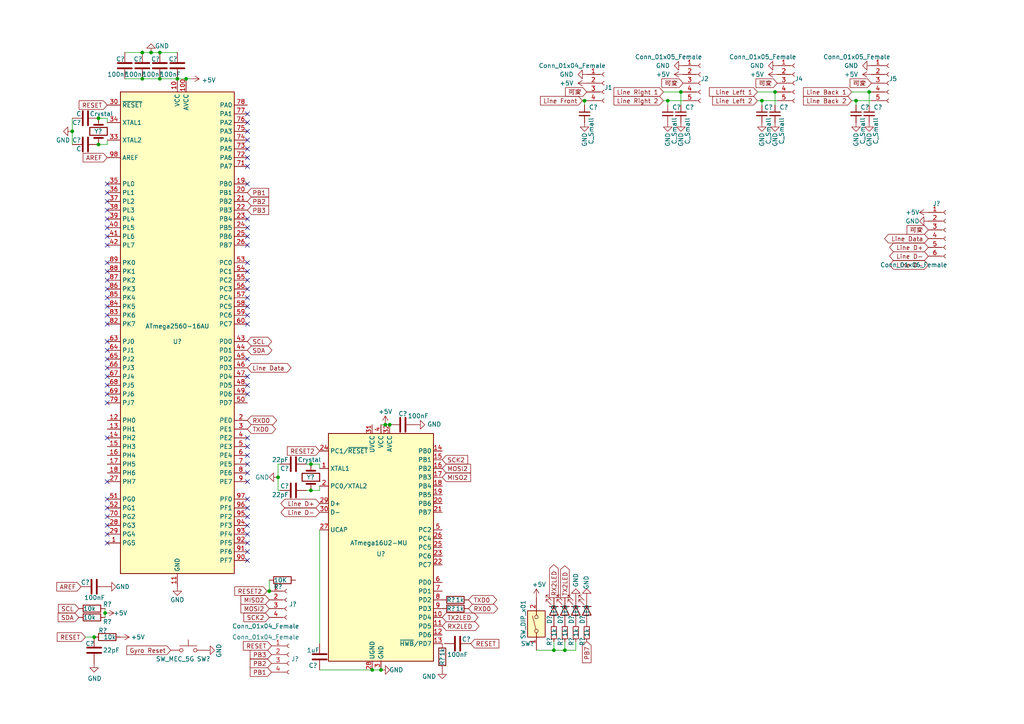
<source format=kicad_sch>
(kicad_sch (version 20211123) (generator eeschema)
  (paper "A4")
  (lib_symbols
    (symbol "Connector:Conn_01x04_Female" (pin_names (offset 1.016) hide)
      (property "Reference" "J" (at 0 5.08 0))
      (property "Value" "Conn_01x04_Female" (at 0 -7.62 0))
      (symbol "Conn_01x04_Female_1_1"
        (arc (start 0 -4.572) (mid -0.508 -5.08) (end 0 -5.588) (stroke (width 0.1524)))
        (arc (start 0 -2.032) (mid -0.508 -2.54) (end 0 -3.048) (stroke (width 0.1524)))
        (polyline (pts (xy -1.27 -5.08) (xy -0.508 -5.08)) (stroke (width 0.1524)))
        (polyline (pts (xy -1.27 -2.54) (xy -0.508 -2.54)) (stroke (width 0.1524)))
        (polyline (pts (xy -1.27 0) (xy -0.508 0)) (stroke (width 0.1524)))
        (polyline (pts (xy -1.27 2.54) (xy -0.508 2.54)) (stroke (width 0.1524)))
        (arc (start 0 0.508) (mid -0.508 0) (end 0 -0.508) (stroke (width 0.1524)))
        (arc (start 0 3.048) (mid -0.508 2.54) (end 0 2.032) (stroke (width 0.1524)))
        (pin passive line (at -5.08 2.54 0) (length 3.81) (name "Pin_1") (number "1"))
        (pin passive line (at -5.08 0 0) (length 3.81) (name "Pin_2") (number "2"))
        (pin passive line (at -5.08 -2.54 0) (length 3.81) (name "Pin_3") (number "3"))
        (pin passive line (at -5.08 -5.08 0) (length 3.81) (name "Pin_4") (number "4"))
      )
    )
    (symbol "Connector:Conn_01x05_Female" (pin_names (offset 1.016) hide)
      (property "Reference" "J" (at 0 7.62 0))
      (property "Value" "Conn_01x05_Female" (at 0 -7.62 0))
      (symbol "Conn_01x05_Female_1_1"
        (arc (start 0 -4.572) (mid -0.508 -5.08) (end 0 -5.588) (stroke (width 0.1524)))
        (arc (start 0 -2.032) (mid -0.508 -2.54) (end 0 -3.048) (stroke (width 0.1524)))
        (polyline (pts (xy -1.27 -5.08) (xy -0.508 -5.08)) (stroke (width 0.1524)))
        (polyline (pts (xy -1.27 -2.54) (xy -0.508 -2.54)) (stroke (width 0.1524)))
        (polyline (pts (xy -1.27 0) (xy -0.508 0)) (stroke (width 0.1524)))
        (polyline (pts (xy -1.27 2.54) (xy -0.508 2.54)) (stroke (width 0.1524)))
        (polyline (pts (xy -1.27 5.08) (xy -0.508 5.08)) (stroke (width 0.1524)))
        (arc (start 0 0.508) (mid -0.508 0) (end 0 -0.508) (stroke (width 0.1524)))
        (arc (start 0 3.048) (mid -0.508 2.54) (end 0 2.032) (stroke (width 0.1524)))
        (arc (start 0 5.588) (mid -0.508 5.08) (end 0 4.572) (stroke (width 0.1524)))
        (pin passive line (at -5.08 5.08 0) (length 3.81) (name "Pin_1") (number "1"))
        (pin passive line (at -5.08 2.54 0) (length 3.81) (name "Pin_2") (number "2"))
        (pin passive line (at -5.08 0 0) (length 3.81) (name "Pin_3") (number "3"))
        (pin passive line (at -5.08 -2.54 0) (length 3.81) (name "Pin_4") (number "4"))
        (pin passive line (at -5.08 -5.08 0) (length 3.81) (name "Pin_5") (number "5"))
      )
    )
    (symbol "Connector:Conn_01x06_Female" (pin_names (offset 1.016) hide)
      (property "Reference" "J" (at 0 7.62 0))
      (property "Value" "Conn_01x06_Female" (at 0 -10.16 0))
      (symbol "Conn_01x06_Female_1_1"
        (arc (start 0 -7.112) (mid -0.508 -7.62) (end 0 -8.128) (stroke (width 0.1524)))
        (arc (start 0 -4.572) (mid -0.508 -5.08) (end 0 -5.588) (stroke (width 0.1524)))
        (arc (start 0 -2.032) (mid -0.508 -2.54) (end 0 -3.048) (stroke (width 0.1524)))
        (polyline (pts (xy -1.27 -7.62) (xy -0.508 -7.62)) (stroke (width 0.1524)))
        (polyline (pts (xy -1.27 -5.08) (xy -0.508 -5.08)) (stroke (width 0.1524)))
        (polyline (pts (xy -1.27 -2.54) (xy -0.508 -2.54)) (stroke (width 0.1524)))
        (polyline (pts (xy -1.27 0) (xy -0.508 0)) (stroke (width 0.1524)))
        (polyline (pts (xy -1.27 2.54) (xy -0.508 2.54)) (stroke (width 0.1524)))
        (polyline (pts (xy -1.27 5.08) (xy -0.508 5.08)) (stroke (width 0.1524)))
        (arc (start 0 0.508) (mid -0.508 0) (end 0 -0.508) (stroke (width 0.1524)))
        (arc (start 0 3.048) (mid -0.508 2.54) (end 0 2.032) (stroke (width 0.1524)))
        (arc (start 0 5.588) (mid -0.508 5.08) (end 0 4.572) (stroke (width 0.1524)))
        (pin passive line (at -5.08 5.08 0) (length 3.81) (name "Pin_1") (number "1"))
        (pin passive line (at -5.08 2.54 0) (length 3.81) (name "Pin_2") (number "2"))
        (pin passive line (at -5.08 0 0) (length 3.81) (name "Pin_3") (number "3"))
        (pin passive line (at -5.08 -2.54 0) (length 3.81) (name "Pin_4") (number "4"))
        (pin passive line (at -5.08 -5.08 0) (length 3.81) (name "Pin_5") (number "5"))
        (pin passive line (at -5.08 -7.62 0) (length 3.81) (name "Pin_6") (number "6"))
      )
    )
    (symbol "Device:C" (pin_numbers hide) (pin_names (offset 0.254))
      (property "Reference" "C" (at 0.635 2.54 0))
      (property "Value" "C" (at 0.635 -2.54 0))
      (symbol "C_0_1"
        (polyline (pts (xy -2.032 -0.762) (xy 2.032 -0.762)) (stroke (width 0.508)))
        (polyline (pts (xy -2.032 0.762) (xy 2.032 0.762)) (stroke (width 0.508)))
      )
      (symbol "C_1_1"
        (pin passive line (at 0 3.81 270) (length 2.794) (name "~") (number "1"))
        (pin passive line (at 0 -3.81 90) (length 2.794) (name "~") (number "2"))
      )
    )
    (symbol "Device:C_Small" (pin_numbers hide) (pin_names (offset 0.254) hide)
      (property "Reference" "C" (at 0.254 1.778 0))
      (property "Value" "C_Small" (at 0.254 -2.032 0))
      (symbol "C_Small_0_1"
        (polyline (pts (xy -1.524 -0.508) (xy 1.524 -0.508)) (stroke (width 0.3302)))
        (polyline (pts (xy -1.524 0.508) (xy 1.524 0.508)) (stroke (width 0.3048)))
      )
      (symbol "C_Small_1_1"
        (pin passive line (at 0 2.54 270) (length 2.032) (name "~") (number "1"))
        (pin passive line (at 0 -2.54 90) (length 2.032) (name "~") (number "2"))
      )
    )
    (symbol "Device:Crystal" (pin_numbers hide) (pin_names (offset 1.016) hide)
      (property "Reference" "Y" (at 0 3.81 0))
      (property "Value" "Crystal" (at 0 -3.81 0))
      (symbol "Crystal_0_1"
        (rectangle (start -1.143 2.54) (end 1.143 -2.54) (stroke (width 0.3048)))
        (polyline (pts (xy -2.54 0) (xy -1.905 0)))
        (polyline (pts (xy -1.905 -1.27) (xy -1.905 1.27)) (stroke (width 0.508)))
        (polyline (pts (xy 1.905 -1.27) (xy 1.905 1.27)) (stroke (width 0.508)))
        (polyline (pts (xy 2.54 0) (xy 1.905 0)))
      )
      (symbol "Crystal_1_1"
        (pin passive line (at -3.81 0 0) (length 1.27) (name "1") (number "1"))
        (pin passive line (at 3.81 0 180) (length 1.27) (name "2") (number "2"))
      )
    )
    (symbol "Device:LED" (pin_numbers hide) (pin_names (offset 1.016) hide)
      (property "Reference" "D" (at 0 2.54 0))
      (property "Value" "LED" (at 0 -2.54 0))
      (symbol "LED_0_1"
        (polyline (pts (xy -1.27 -1.27) (xy -1.27 1.27)) (stroke (width 0.254)))
        (polyline (pts (xy -1.27 0) (xy 1.27 0)))
        (polyline (pts (xy 1.27 -1.27) (xy 1.27 1.27) (xy -1.27 0) (xy 1.27 -1.27)) (stroke (width 0.254)))
        (polyline (pts (xy -3.048 -0.762) (xy -4.572 -2.286) (xy -3.81 -2.286) (xy -4.572 -2.286) (xy -4.572 -1.524)))
        (polyline (pts (xy -1.778 -0.762) (xy -3.302 -2.286) (xy -2.54 -2.286) (xy -3.302 -2.286) (xy -3.302 -1.524)))
      )
      (symbol "LED_1_1"
        (pin passive line (at -3.81 0 0) (length 2.54) (name "K") (number "1"))
        (pin passive line (at 3.81 0 180) (length 2.54) (name "A") (number "2"))
      )
    )
    (symbol "Device:R" (pin_numbers hide) (pin_names (offset 0))
      (property "Reference" "R" (at 2.032 0 90))
      (property "Value" "R" (at 0 0 90))
      (symbol "R_0_1"
        (rectangle (start -1.016 -2.54) (end 1.016 2.54) (stroke (width 0.254)))
      )
      (symbol "R_1_1"
        (pin passive line (at 0 3.81 270) (length 1.27) (name "~") (number "1"))
        (pin passive line (at 0 -3.81 90) (length 1.27) (name "~") (number "2"))
      )
    )
    (symbol "Device:R_Small" (pin_numbers hide) (pin_names (offset 0.254) hide)
      (property "Reference" "R" (at 0.762 0.508 0))
      (property "Value" "R_Small" (at 0.762 -1.016 0))
      (symbol "R_Small_0_1"
        (rectangle (start -0.762 1.778) (end 0.762 -1.778) (stroke (width 0.2032)))
      )
      (symbol "R_Small_1_1"
        (pin passive line (at 0 2.54 270) (length 0.762) (name "~") (number "1"))
        (pin passive line (at 0 -2.54 90) (length 0.762) (name "~") (number "2"))
      )
    )
    (symbol "Switch:SW_DIP_x01" (pin_names (offset 0) hide)
      (property "Reference" "SW" (at 0 3.81 0))
      (property "Value" "SW_DIP_x01" (at 0 -3.81 0))
      (symbol "SW_DIP_x01_0_0"
        (circle (center -2.032 0) (radius 0.508))
        (polyline (pts (xy -1.524 0.127) (xy 2.3622 1.1684)))
        (circle (center 2.032 0) (radius 0.508))
      )
      (symbol "SW_DIP_x01_0_1"
        (rectangle (start -3.81 2.54) (end 3.81 -2.54) (stroke (width 0.254)) (fill (type background)))
      )
      (symbol "SW_DIP_x01_1_1"
        (pin passive line (at -7.62 0 0) (length 5.08) (name "~") (number "1"))
        (pin passive line (at 7.62 0 180) (length 5.08) (name "~") (number "2"))
      )
    )
    (symbol "Switch:SW_MEC_5G" (pin_numbers hide) (pin_names (offset 1.016) hide)
      (property "Reference" "SW" (at 1.27 2.54 0))
      (property "Value" "SW_MEC_5G" (at 0 -1.524 0))
      (symbol "SW_MEC_5G_0_1"
        (circle (center -2.032 0) (radius 0.508))
        (polyline (pts (xy 0 1.27) (xy 0 3.048)))
        (polyline (pts (xy 2.54 1.27) (xy -2.54 1.27)))
        (circle (center 2.032 0) (radius 0.508))
        (pin passive line (at -5.08 0 0) (length 2.54) (name "A") (number "1"))
        (pin passive line (at 5.08 0 180) (length 2.54) (name "B") (number "3"))
      )
      (symbol "SW_MEC_5G_1_1"
        (pin passive line (at -5.08 0 0) (length 2.54) hide (name "A") (number "2"))
        (pin passive line (at 5.08 0 180) (length 2.54) hide (name "B") (number "4"))
      )
    )
    (symbol "arduino_mega2560_1-rescue:ATmega16U2-MU-MCU_Microchip_ATmega"
      (property "Reference" "U" (at -15.24 34.29 0))
      (property "Value" "ATmega16U2-MU-MCU_Microchip_ATmega" (at 2.54 -34.29 0))
      (symbol "ATmega16U2-MU-MCU_Microchip_ATmega_0_1"
        (rectangle (start -15.24 -33.02) (end 15.24 33.02) (stroke (width 0.254)) (fill (type background)))
      )
      (symbol "ATmega16U2-MU-MCU_Microchip_ATmega_1_1"
        (pin input line (at -17.78 22.86 0) (length 2.54) (name "XTAL1") (number "1"))
        (pin bidirectional line (at 17.78 -20.32 180) (length 2.54) (name "PD4") (number "10"))
        (pin bidirectional line (at 17.78 -22.86 180) (length 2.54) (name "PD5") (number "11"))
        (pin bidirectional line (at 17.78 -25.4 180) (length 2.54) (name "PD6") (number "12"))
        (pin bidirectional line (at 17.78 -27.94 180) (length 2.54) (name "~{HWB}/PD7") (number "13"))
        (pin bidirectional line (at 17.78 27.94 180) (length 2.54) (name "PB0") (number "14"))
        (pin bidirectional line (at 17.78 25.4 180) (length 2.54) (name "PB1") (number "15"))
        (pin bidirectional line (at 17.78 22.86 180) (length 2.54) (name "PB2") (number "16"))
        (pin bidirectional line (at 17.78 20.32 180) (length 2.54) (name "PB3") (number "17"))
        (pin bidirectional line (at 17.78 17.78 180) (length 2.54) (name "PB4") (number "18"))
        (pin bidirectional line (at 17.78 15.24 180) (length 2.54) (name "PB5") (number "19"))
        (pin bidirectional line (at -17.78 17.78 0) (length 2.54) (name "PC0/XTAL2") (number "2"))
        (pin bidirectional line (at 17.78 12.7 180) (length 2.54) (name "PB6") (number "20"))
        (pin bidirectional line (at 17.78 10.16 180) (length 2.54) (name "PB7") (number "21"))
        (pin bidirectional line (at 17.78 -5.08 180) (length 2.54) (name "PC7") (number "22"))
        (pin bidirectional line (at 17.78 -2.54 180) (length 2.54) (name "PC6") (number "23"))
        (pin bidirectional line (at -17.78 27.94 0) (length 2.54) (name "PC1/~{RESET}") (number "24"))
        (pin bidirectional line (at 17.78 0 180) (length 2.54) (name "PC5") (number "25"))
        (pin bidirectional line (at 17.78 2.54 180) (length 2.54) (name "PC4") (number "26"))
        (pin passive line (at -17.78 5.08 0) (length 2.54) (name "UCAP") (number "27"))
        (pin power_in line (at -2.54 -35.56 90) (length 2.54) (name "UGND") (number "28"))
        (pin bidirectional line (at -17.78 12.7 0) (length 2.54) (name "D+") (number "29"))
        (pin power_in line (at 0 -35.56 90) (length 2.54) (name "GND") (number "3"))
        (pin bidirectional line (at -17.78 10.16 0) (length 2.54) (name "D-") (number "30"))
        (pin power_in line (at -2.54 35.56 270) (length 2.54) (name "UVCC") (number "31"))
        (pin power_in line (at 2.54 35.56 270) (length 2.54) (name "AVCC") (number "32"))
        (pin passive line (at 0 -35.56 90) (length 2.54) hide (name "GND") (number "33"))
        (pin power_in line (at 0 35.56 270) (length 2.54) (name "VCC") (number "4"))
        (pin bidirectional line (at 17.78 5.08 180) (length 2.54) (name "PC2") (number "5"))
        (pin bidirectional line (at 17.78 -10.16 180) (length 2.54) (name "PD0") (number "6"))
        (pin bidirectional line (at 17.78 -12.7 180) (length 2.54) (name "PD1") (number "7"))
        (pin bidirectional line (at 17.78 -15.24 180) (length 2.54) (name "PD2") (number "8"))
        (pin bidirectional line (at 17.78 -17.78 180) (length 2.54) (name "PD3") (number "9"))
      )
    )
    (symbol "arduino_mega2560_1-rescue:ATmega2560-16AU-MCU_Microchip_ATmega"
      (property "Reference" "U" (at 0 1.27 0))
      (property "Value" "ATmega2560-16AU-MCU_Microchip_ATmega" (at 0 -1.27 0))
      (symbol "ATmega2560-16AU-MCU_Microchip_ATmega_0_1"
        (rectangle (start -16.51 -69.85) (end 16.51 69.85) (stroke (width 0.254)) (fill (type background)))
      )
      (symbol "ATmega2560-16AU-MCU_Microchip_ATmega_1_1"
        (pin bidirectional line (at -20.32 -60.96 0) (length 3.81) (name "PG5") (number "1"))
        (pin power_in line (at 0 73.66 270) (length 3.81) (name "VCC") (number "10"))
        (pin power_in line (at 2.54 73.66 270) (length 3.81) (name "AVCC") (number "100"))
        (pin power_in line (at 0 -73.66 90) (length 3.81) (name "GND") (number "11"))
        (pin bidirectional line (at -20.32 -25.4 0) (length 3.81) (name "PH0") (number "12"))
        (pin bidirectional line (at -20.32 -27.94 0) (length 3.81) (name "PH1") (number "13"))
        (pin bidirectional line (at -20.32 -30.48 0) (length 3.81) (name "PH2") (number "14"))
        (pin bidirectional line (at -20.32 -33.02 0) (length 3.81) (name "PH3") (number "15"))
        (pin bidirectional line (at -20.32 -35.56 0) (length 3.81) (name "PH4") (number "16"))
        (pin bidirectional line (at -20.32 -38.1 0) (length 3.81) (name "PH5") (number "17"))
        (pin bidirectional line (at -20.32 -40.64 0) (length 3.81) (name "PH6") (number "18"))
        (pin bidirectional line (at 20.32 43.18 180) (length 3.81) (name "PB0") (number "19"))
        (pin bidirectional line (at 20.32 -25.4 180) (length 3.81) (name "PE0") (number "2"))
        (pin bidirectional line (at 20.32 40.64 180) (length 3.81) (name "PB1") (number "20"))
        (pin bidirectional line (at 20.32 38.1 180) (length 3.81) (name "PB2") (number "21"))
        (pin bidirectional line (at 20.32 35.56 180) (length 3.81) (name "PB3") (number "22"))
        (pin bidirectional line (at 20.32 33.02 180) (length 3.81) (name "PB4") (number "23"))
        (pin bidirectional line (at 20.32 30.48 180) (length 3.81) (name "PB5") (number "24"))
        (pin bidirectional line (at 20.32 27.94 180) (length 3.81) (name "PB6") (number "25"))
        (pin bidirectional line (at 20.32 25.4 180) (length 3.81) (name "PB7") (number "26"))
        (pin bidirectional line (at -20.32 -43.18 0) (length 3.81) (name "PH7") (number "27"))
        (pin bidirectional line (at -20.32 -55.88 0) (length 3.81) (name "PG3") (number "28"))
        (pin bidirectional line (at -20.32 -58.42 0) (length 3.81) (name "PG4") (number "29"))
        (pin bidirectional line (at 20.32 -27.94 180) (length 3.81) (name "PE1") (number "3"))
        (pin input line (at -20.32 66.04 0) (length 3.81) (name "~{RESET}") (number "30"))
        (pin passive line (at 0 73.66 270) (length 3.81) hide (name "VCC") (number "31"))
        (pin passive line (at 0 -73.66 90) (length 3.81) hide (name "GND") (number "32"))
        (pin output line (at -20.32 55.88 0) (length 3.81) (name "XTAL2") (number "33"))
        (pin input line (at -20.32 60.96 0) (length 3.81) (name "XTAL1") (number "34"))
        (pin bidirectional line (at -20.32 43.18 0) (length 3.81) (name "PL0") (number "35"))
        (pin bidirectional line (at -20.32 40.64 0) (length 3.81) (name "PL1") (number "36"))
        (pin bidirectional line (at -20.32 38.1 0) (length 3.81) (name "PL2") (number "37"))
        (pin bidirectional line (at -20.32 35.56 0) (length 3.81) (name "PL3") (number "38"))
        (pin bidirectional line (at -20.32 33.02 0) (length 3.81) (name "PL4") (number "39"))
        (pin bidirectional line (at 20.32 -30.48 180) (length 3.81) (name "PE2") (number "4"))
        (pin bidirectional line (at -20.32 30.48 0) (length 3.81) (name "PL5") (number "40"))
        (pin bidirectional line (at -20.32 27.94 0) (length 3.81) (name "PL6") (number "41"))
        (pin bidirectional line (at -20.32 25.4 0) (length 3.81) (name "PL7") (number "42"))
        (pin bidirectional line (at 20.32 -2.54 180) (length 3.81) (name "PD0") (number "43"))
        (pin bidirectional line (at 20.32 -5.08 180) (length 3.81) (name "PD1") (number "44"))
        (pin bidirectional line (at 20.32 -7.62 180) (length 3.81) (name "PD2") (number "45"))
        (pin bidirectional line (at 20.32 -10.16 180) (length 3.81) (name "PD3") (number "46"))
        (pin bidirectional line (at 20.32 -12.7 180) (length 3.81) (name "PD4") (number "47"))
        (pin bidirectional line (at 20.32 -15.24 180) (length 3.81) (name "PD5") (number "48"))
        (pin bidirectional line (at 20.32 -17.78 180) (length 3.81) (name "PD6") (number "49"))
        (pin bidirectional line (at 20.32 -33.02 180) (length 3.81) (name "PE3") (number "5"))
        (pin bidirectional line (at 20.32 -20.32 180) (length 3.81) (name "PD7") (number "50"))
        (pin bidirectional line (at -20.32 -48.26 0) (length 3.81) (name "PG0") (number "51"))
        (pin bidirectional line (at -20.32 -50.8 0) (length 3.81) (name "PG1") (number "52"))
        (pin bidirectional line (at 20.32 20.32 180) (length 3.81) (name "PC0") (number "53"))
        (pin bidirectional line (at 20.32 17.78 180) (length 3.81) (name "PC1") (number "54"))
        (pin bidirectional line (at 20.32 15.24 180) (length 3.81) (name "PC2") (number "55"))
        (pin bidirectional line (at 20.32 12.7 180) (length 3.81) (name "PC3") (number "56"))
        (pin bidirectional line (at 20.32 10.16 180) (length 3.81) (name "PC4") (number "57"))
        (pin bidirectional line (at 20.32 7.62 180) (length 3.81) (name "PC5") (number "58"))
        (pin bidirectional line (at 20.32 5.08 180) (length 3.81) (name "PC6") (number "59"))
        (pin bidirectional line (at 20.32 -35.56 180) (length 3.81) (name "PE4") (number "6"))
        (pin bidirectional line (at 20.32 2.54 180) (length 3.81) (name "PC7") (number "60"))
        (pin passive line (at 0 73.66 270) (length 3.81) hide (name "VCC") (number "61"))
        (pin passive line (at 0 -73.66 90) (length 3.81) hide (name "GND") (number "62"))
        (pin bidirectional line (at -20.32 -2.54 0) (length 3.81) (name "PJ0") (number "63"))
        (pin bidirectional line (at -20.32 -5.08 0) (length 3.81) (name "PJ1") (number "64"))
        (pin bidirectional line (at -20.32 -7.62 0) (length 3.81) (name "PJ2") (number "65"))
        (pin bidirectional line (at -20.32 -10.16 0) (length 3.81) (name "PJ3") (number "66"))
        (pin bidirectional line (at -20.32 -12.7 0) (length 3.81) (name "PJ4") (number "67"))
        (pin bidirectional line (at -20.32 -15.24 0) (length 3.81) (name "PJ5") (number "68"))
        (pin bidirectional line (at -20.32 -17.78 0) (length 3.81) (name "PJ6") (number "69"))
        (pin bidirectional line (at 20.32 -38.1 180) (length 3.81) (name "PE5") (number "7"))
        (pin bidirectional line (at -20.32 -53.34 0) (length 3.81) (name "PG2") (number "70"))
        (pin bidirectional line (at 20.32 48.26 180) (length 3.81) (name "PA7") (number "71"))
        (pin bidirectional line (at 20.32 50.8 180) (length 3.81) (name "PA6") (number "72"))
        (pin bidirectional line (at 20.32 53.34 180) (length 3.81) (name "PA5") (number "73"))
        (pin bidirectional line (at 20.32 55.88 180) (length 3.81) (name "PA4") (number "74"))
        (pin bidirectional line (at 20.32 58.42 180) (length 3.81) (name "PA3") (number "75"))
        (pin bidirectional line (at 20.32 60.96 180) (length 3.81) (name "PA2") (number "76"))
        (pin bidirectional line (at 20.32 63.5 180) (length 3.81) (name "PA1") (number "77"))
        (pin bidirectional line (at 20.32 66.04 180) (length 3.81) (name "PA0") (number "78"))
        (pin bidirectional line (at -20.32 -20.32 0) (length 3.81) (name "PJ7") (number "79"))
        (pin bidirectional line (at 20.32 -40.64 180) (length 3.81) (name "PE6") (number "8"))
        (pin passive line (at 0 73.66 270) (length 3.81) hide (name "VCC") (number "80"))
        (pin passive line (at 0 -73.66 90) (length 3.81) hide (name "GND") (number "81"))
        (pin bidirectional line (at -20.32 2.54 0) (length 3.81) (name "PK7") (number "82"))
        (pin bidirectional line (at -20.32 5.08 0) (length 3.81) (name "PK6") (number "83"))
        (pin bidirectional line (at -20.32 7.62 0) (length 3.81) (name "PK5") (number "84"))
        (pin bidirectional line (at -20.32 10.16 0) (length 3.81) (name "PK4") (number "85"))
        (pin bidirectional line (at -20.32 12.7 0) (length 3.81) (name "PK3") (number "86"))
        (pin bidirectional line (at -20.32 15.24 0) (length 3.81) (name "PK2") (number "87"))
        (pin bidirectional line (at -20.32 17.78 0) (length 3.81) (name "PK1") (number "88"))
        (pin bidirectional line (at -20.32 20.32 0) (length 3.81) (name "PK0") (number "89"))
        (pin bidirectional line (at 20.32 -43.18 180) (length 3.81) (name "PE7") (number "9"))
        (pin bidirectional line (at 20.32 -66.04 180) (length 3.81) (name "PF7") (number "90"))
        (pin bidirectional line (at 20.32 -63.5 180) (length 3.81) (name "PF6") (number "91"))
        (pin bidirectional line (at 20.32 -60.96 180) (length 3.81) (name "PF5") (number "92"))
        (pin bidirectional line (at 20.32 -58.42 180) (length 3.81) (name "PF4") (number "93"))
        (pin bidirectional line (at 20.32 -55.88 180) (length 3.81) (name "PF3") (number "94"))
        (pin bidirectional line (at 20.32 -53.34 180) (length 3.81) (name "PF2") (number "95"))
        (pin bidirectional line (at 20.32 -50.8 180) (length 3.81) (name "PF1") (number "96"))
        (pin bidirectional line (at 20.32 -48.26 180) (length 3.81) (name "PF0") (number "97"))
        (pin passive line (at -20.32 50.8 0) (length 3.81) (name "AREF") (number "98"))
        (pin passive line (at 0 -73.66 90) (length 3.81) hide (name "GND") (number "99"))
      )
    )
    (symbol "power:+5V" (power) (pin_names (offset 0))
      (property "Value" "+5V" (at 0 3.556 0))
      (symbol "+5V_0_1"
        (polyline (pts (xy -0.762 1.27) (xy 0 2.54)))
        (polyline (pts (xy 0 0) (xy 0 2.54)))
        (polyline (pts (xy 0 2.54) (xy 0.762 1.27)))
      )
      (symbol "+5V_1_1"
        (pin power_in line (at 0 0 90) (length 0) hide (name "+5V") (number "1"))
      )
    )
    (symbol "power:GND" (power) (pin_names (offset 0))
      (property "Value" "GND" (at 0 -3.81 0))
      (symbol "GND_0_1"
        (polyline (pts (xy 0 0) (xy 0 -1.27) (xy 1.27 -1.27) (xy 0 -2.54) (xy -1.27 -1.27) (xy 0 -1.27)))
      )
      (symbol "GND_1_1"
        (pin power_in line (at 0 0 270) (length 0) hide (name "GND") (number "1"))
      )
    )
  )
  (junction (at 80.645 138.43))
  (junction (at 160.655 188.595))
  (junction (at 90.17 142.24))
  (junction (at 90.17 134.62))
  (junction (at 53.975 22.86))
  (junction (at 110.49 194.31))
  (junction (at 113.03 123.19))
  (junction (at 169.545 29.21))
  (junction (at 30.48 177.8))
  (junction (at 197.485 26.67))
  (junction (at 252.095 26.67))
  (junction (at 193.675 29.21))
  (junction (at 27.305 184.785))
  (junction (at 20.955 38.1))
  (junction (at 224.79 26.67))
  (junction (at 220.98 29.21))
  (junction (at 41.275 22.86))
  (junction (at 107.95 194.31))
  (junction (at 41.275 15.24))
  (junction (at 248.285 29.21))
  (junction (at 28.575 34.29))
  (junction (at 46.355 22.86))
  (junction (at 43.815 15.24))
  (junction (at 51.435 22.86))
  (junction (at 111.76 123.19))
  (junction (at 28.575 41.91))
  (junction (at 46.355 15.24))
  (junction (at 163.83 188.595))
  (junction (at 78.105 171.45))
  (no_connect (at 31.115 114.3))
  (no_connect (at 31.115 157.48))
  (no_connect (at 31.115 154.94))
  (no_connect (at 71.755 40.64))
  (no_connect (at 31.115 111.76))
  (no_connect (at 31.115 144.78))
  (no_connect (at 71.755 48.26))
  (no_connect (at 71.755 68.58))
  (no_connect (at 31.115 152.4))
  (no_connect (at 71.755 38.1))
  (no_connect (at 31.115 149.86))
  (no_connect (at 71.755 104.14))
  (no_connect (at 31.115 53.34))
  (no_connect (at 31.115 139.7))
  (no_connect (at 71.755 114.3))
  (no_connect (at 71.755 76.2))
  (no_connect (at 31.115 76.2))
  (no_connect (at 31.115 78.74))
  (no_connect (at 31.115 81.28))
  (no_connect (at 31.115 83.82))
  (no_connect (at 31.115 86.36))
  (no_connect (at 31.115 88.9))
  (no_connect (at 31.115 91.44))
  (no_connect (at 31.115 93.98))
  (no_connect (at 71.755 144.78))
  (no_connect (at 71.755 162.56))
  (no_connect (at 71.755 160.02))
  (no_connect (at 71.755 157.48))
  (no_connect (at 71.755 154.94))
  (no_connect (at 71.755 152.4))
  (no_connect (at 71.755 149.86))
  (no_connect (at 71.755 147.32))
  (no_connect (at 71.755 91.44))
  (no_connect (at 31.115 147.32))
  (no_connect (at 31.115 55.88))
  (no_connect (at 71.755 109.22))
  (no_connect (at 31.115 63.5))
  (no_connect (at 31.115 58.42))
  (no_connect (at 71.755 71.12))
  (no_connect (at 71.755 66.04))
  (no_connect (at 71.755 127))
  (no_connect (at 31.115 68.58))
  (no_connect (at 31.115 104.14))
  (no_connect (at 71.755 111.76))
  (no_connect (at 71.755 132.08))
  (no_connect (at 31.115 71.12))
  (no_connect (at 71.755 93.98))
  (no_connect (at 31.115 101.6))
  (no_connect (at 71.755 137.16))
  (no_connect (at 71.755 45.72))
  (no_connect (at 71.755 53.34))
  (no_connect (at 71.755 33.02))
  (no_connect (at 31.115 109.22))
  (no_connect (at 71.755 134.62))
  (no_connect (at 31.115 116.84))
  (no_connect (at 31.115 99.06))
  (no_connect (at 71.755 81.28))
  (no_connect (at 71.755 129.54))
  (no_connect (at 71.755 83.82))
  (no_connect (at 71.755 35.56))
  (no_connect (at 71.755 139.7))
  (no_connect (at 31.115 127))
  (no_connect (at 71.755 88.9))
  (no_connect (at 71.755 78.74))
  (no_connect (at 31.115 66.04))
  (no_connect (at 71.755 43.18))
  (no_connect (at 71.755 86.36))
  (no_connect (at 31.115 60.96))
  (no_connect (at 31.115 106.68))
  (no_connect (at 71.755 63.5))
  (wire (pts (xy 219.71 26.67) (xy 224.79 26.67)))
  (wire (pts (xy 168.91 29.21) (xy 169.545 29.21)))
  (wire (pts (xy 247.015 29.21) (xy 248.285 29.21)))
  (wire (pts (xy 31.115 34.29) (xy 31.115 35.56)))
  (wire (pts (xy 28.575 41.91) (xy 31.115 41.91)))
  (wire (pts (xy 46.355 15.24) (xy 43.815 15.24)))
  (wire (pts (xy 192.405 29.21) (xy 193.675 29.21)))
  (wire (pts (xy 224.79 26.67) (xy 224.79 30.48)))
  (wire (pts (xy 167.005 188.595) (xy 163.83 188.595)))
  (wire (pts (xy 111.76 123.19) (xy 113.03 123.19)))
  (wire (pts (xy 28.575 34.29) (xy 31.115 34.29)))
  (wire (pts (xy 193.675 29.21) (xy 198.12 29.21)))
  (wire (pts (xy 107.95 194.31) (xy 92.71 194.31)))
  (wire (pts (xy 80.645 138.43) (xy 80.645 134.62)))
  (wire (pts (xy 252.095 26.67) (xy 252.73 26.67)))
  (wire (pts (xy 219.71 29.21) (xy 220.98 29.21)))
  (wire (pts (xy 163.83 188.595) (xy 163.83 186.055)))
  (wire (pts (xy 80.645 142.24) (xy 81.28 142.24)))
  (wire (pts (xy 167.005 186.055) (xy 167.005 188.595)))
  (wire (pts (xy 248.285 29.21) (xy 248.285 30.48)))
  (wire (pts (xy 77.47 171.45) (xy 78.105 171.45)))
  (wire (pts (xy 88.9 142.24) (xy 90.17 142.24)))
  (wire (pts (xy 197.485 26.67) (xy 197.485 30.48)))
  (wire (pts (xy 169.545 29.21) (xy 169.545 30.48)))
  (wire (pts (xy 41.275 15.24) (xy 36.195 15.24)))
  (wire (pts (xy 160.655 188.595) (xy 163.83 188.595)))
  (wire (pts (xy 193.675 29.21) (xy 193.675 30.48)))
  (wire (pts (xy 20.955 34.29) (xy 20.955 38.1)))
  (wire (pts (xy 169.545 29.21) (xy 170.18 29.21)))
  (wire (pts (xy 51.435 15.24) (xy 46.355 15.24)))
  (wire (pts (xy 197.485 26.67) (xy 198.12 26.67)))
  (wire (pts (xy 90.17 142.24) (xy 92.71 142.24)))
  (wire (pts (xy 53.975 22.86) (xy 51.435 22.86)))
  (wire (pts (xy 220.98 29.21) (xy 220.98 30.48)))
  (wire (pts (xy 247.015 26.67) (xy 252.095 26.67)))
  (wire (pts (xy 46.355 22.86) (xy 51.435 22.86)))
  (wire (pts (xy 24.765 184.785) (xy 27.305 184.785)))
  (wire (pts (xy 111.76 123.19) (xy 110.49 123.19)))
  (wire (pts (xy 41.275 22.86) (xy 46.355 22.86)))
  (wire (pts (xy 55.245 22.86) (xy 53.975 22.86)))
  (wire (pts (xy 192.405 26.67) (xy 197.485 26.67)))
  (wire (pts (xy 220.98 29.21) (xy 225.425 29.21)))
  (wire (pts (xy 30.48 176.53) (xy 30.48 177.8)))
  (wire (pts (xy 252.095 26.67) (xy 252.095 30.48)))
  (wire (pts (xy 30.48 177.8) (xy 30.48 179.07)))
  (wire (pts (xy 78.105 168.275) (xy 78.105 171.45)))
  (wire (pts (xy 43.815 15.24) (xy 41.275 15.24)))
  (wire (pts (xy 92.71 140.97) (xy 92.71 142.24)))
  (wire (pts (xy 248.285 29.21) (xy 252.73 29.21)))
  (wire (pts (xy 80.645 134.62) (xy 81.28 134.62)))
  (wire (pts (xy 36.195 22.86) (xy 41.275 22.86)))
  (wire (pts (xy 88.9 134.62) (xy 90.17 134.62)))
  (wire (pts (xy 224.79 26.67) (xy 225.425 26.67)))
  (wire (pts (xy 110.49 194.31) (xy 107.95 194.31)))
  (wire (pts (xy 80.645 138.43) (xy 80.645 142.24)))
  (wire (pts (xy 31.115 41.91) (xy 31.115 40.64)))
  (wire (pts (xy 20.955 38.1) (xy 20.955 41.91)))
  (wire (pts (xy 155.575 188.595) (xy 160.655 188.595)))
  (wire (pts (xy 90.17 134.62) (xy 92.71 134.62)))
  (wire (pts (xy 92.71 134.62) (xy 92.71 135.89)))
  (wire (pts (xy 92.71 153.67) (xy 92.71 186.69)))
  (wire (pts (xy 160.655 188.595) (xy 160.655 186.055)))
  (global_label "Line D-" (shape bidirectional) (at 269.24 74.295 180) (property "Intersheet References" "${INTERSHEET_REFS}" (effects hide)))
  (global_label "Gyro Reset" (shape input) (at 49.53 188.595 180) (property "Intersheet References" "${INTERSHEET_REFS}" (effects hide)))
  (global_label "可変" (shape input) (at 225.425 24.13 180) (property "Intersheet References" "${INTERSHEET_REFS}" (effects hide)))
  (global_label "Line D-" (shape bidirectional) (at 269.24 76.835 180) (property "Intersheet References" "${INTERSHEET_REFS}" (effects hide)))
  (global_label "SDA" (shape input) (at 22.86 179.07 180) (property "Intersheet References" "${INTERSHEET_REFS}" (effects hide)))
  (global_label "Line Data" (shape bidirectional) (at 71.755 106.68 0) (property "Intersheet References" "${INTERSHEET_REFS}" (effects hide)))
  (global_label "SCK2" (shape input) (at 128.27 133.35 0) (property "Intersheet References" "${INTERSHEET_REFS}" (effects hide)))
  (global_label "MISO2" (shape input) (at 128.27 138.43 0) (property "Intersheet References" "${INTERSHEET_REFS}" (effects hide)))
  (global_label "TXD0" (shape bidirectional) (at 135.89 173.99 0) (property "Intersheet References" "${INTERSHEET_REFS}" (effects hide)))
  (global_label "PB1" (shape input) (at 71.755 55.88 0) (property "Intersheet References" "${INTERSHEET_REFS}" (effects hide)))
  (global_label "RESET2" (shape input) (at 77.47 171.45 180) (property "Intersheet References" "${INTERSHEET_REFS}" (effects hide)))
  (global_label "MOSI2" (shape input) (at 78.105 176.53 180) (property "Intersheet References" "${INTERSHEET_REFS}" (effects hide)))
  (global_label "PB3" (shape input) (at 71.755 60.96 0) (property "Intersheet References" "${INTERSHEET_REFS}" (effects hide)))
  (global_label "Line Data" (shape bidirectional) (at 269.24 69.215 180) (property "Intersheet References" "${INTERSHEET_REFS}" (effects hide)))
  (global_label "RESET" (shape input) (at 24.765 184.785 180) (property "Intersheet References" "${INTERSHEET_REFS}" (effects hide)))
  (global_label "RESET2" (shape input) (at 92.71 130.81 180) (property "Intersheet References" "${INTERSHEET_REFS}" (effects hide)))
  (global_label "TXD0" (shape bidirectional) (at 71.755 124.46 0) (property "Intersheet References" "${INTERSHEET_REFS}" (effects hide)))
  (global_label "Line Right 2" (shape input) (at 192.405 29.21 180) (property "Intersheet References" "${INTERSHEET_REFS}" (effects hide)))
  (global_label "RESET" (shape input) (at 31.115 30.48 180) (property "Intersheet References" "${INTERSHEET_REFS}" (effects hide)))
  (global_label "RESET" (shape input) (at 78.74 187.325 180) (property "Intersheet References" "${INTERSHEET_REFS}" (effects hide)))
  (global_label "RESET" (shape input) (at 136.525 186.69 0) (property "Intersheet References" "${INTERSHEET_REFS}" (effects hide)))
  (global_label "SDA" (shape bidirectional) (at 71.755 101.6 0) (property "Intersheet References" "${INTERSHEET_REFS}" (effects hide)))
  (global_label "MISO2" (shape input) (at 78.105 173.99 180) (property "Intersheet References" "${INTERSHEET_REFS}" (effects hide)))
  (global_label " Line Left 1" (shape input) (at 219.71 26.67 180) (property "Intersheet References" "${INTERSHEET_REFS}" (effects hide)))
  (global_label "可変" (shape input) (at 170.18 26.67 180) (property "Intersheet References" "${INTERSHEET_REFS}" (effects hide)))
  (global_label "可変" (shape input) (at 198.12 24.13 180) (property "Intersheet References" "${INTERSHEET_REFS}" (effects hide)))
  (global_label "PB3" (shape input) (at 78.74 189.865 180) (property "Intersheet References" "${INTERSHEET_REFS}" (effects hide)))
  (global_label "PB1" (shape input) (at 78.74 194.945 180) (property "Intersheet References" "${INTERSHEET_REFS}" (effects hide)))
  (global_label "PB2" (shape input) (at 71.755 58.42 0) (property "Intersheet References" "${INTERSHEET_REFS}" (effects hide)))
  (global_label "可変" (shape input) (at 269.24 66.675 180) (property "Intersheet References" "${INTERSHEET_REFS}" (effects hide)))
  (global_label "SCL" (shape bidirectional) (at 71.755 99.06 0) (property "Intersheet References" "${INTERSHEET_REFS}" (effects hide)))
  (global_label "Line Back 2" (shape input) (at 247.015 29.21 180) (property "Intersheet References" "${INTERSHEET_REFS}" (effects hide)))
  (global_label "Line Front" (shape input) (at 168.91 29.21 180) (property "Intersheet References" "${INTERSHEET_REFS}" (effects hide)))
  (global_label "PB2" (shape input) (at 78.74 192.405 180) (property "Intersheet References" "${INTERSHEET_REFS}" (effects hide)))
  (global_label "Line Back 1" (shape input) (at 247.015 26.67 180) (property "Intersheet References" "${INTERSHEET_REFS}" (effects hide)))
  (global_label "TX2LED" (shape output) (at 163.83 173.355 90) (property "Intersheet References" "${INTERSHEET_REFS}" (effects hide)))
  (global_label "Line D+" (shape bidirectional) (at 269.24 71.755 180) (property "Intersheet References" "${INTERSHEET_REFS}" (effects hide)))
  (global_label "AREF" (shape input) (at 31.115 45.72 180) (property "Intersheet References" "${INTERSHEET_REFS}" (effects hide)))
  (global_label "Line D+" (shape bidirectional) (at 92.71 146.05 180) (property "Intersheet References" "${INTERSHEET_REFS}" (effects hide)))
  (global_label "RX2LED" (shape bidirectional) (at 128.27 181.61 0) (property "Intersheet References" "${INTERSHEET_REFS}" (effects hide)))
  (global_label "Line D-" (shape bidirectional) (at 92.71 148.59 180) (property "Intersheet References" "${INTERSHEET_REFS}" (effects hide)))
  (global_label "RX2LED" (shape output) (at 160.655 173.355 90) (property "Intersheet References" "${INTERSHEET_REFS}" (effects hide)))
  (global_label "TX2LED" (shape bidirectional) (at 128.27 179.07 0) (property "Intersheet References" "${INTERSHEET_REFS}" (effects hide)))
  (global_label "PB7" (shape input) (at 170.18 186.055 270) (property "Intersheet References" "${INTERSHEET_REFS}" (effects hide)))
  (global_label "AREF" (shape input) (at 23.495 170.18 180) (property "Intersheet References" "${INTERSHEET_REFS}" (effects hide)))
  (global_label "RXD0" (shape bidirectional) (at 135.89 176.53 0) (property "Intersheet References" "${INTERSHEET_REFS}" (effects hide)))
  (global_label "Line Left 2" (shape input) (at 219.71 29.21 180) (property "Intersheet References" "${INTERSHEET_REFS}" (effects hide)))
  (global_label "SCK2" (shape input) (at 78.105 179.07 180) (property "Intersheet References" "${INTERSHEET_REFS}" (effects hide)))
  (global_label "RXD0" (shape bidirectional) (at 71.755 121.92 0) (property "Intersheet References" "${INTERSHEET_REFS}" (effects hide)))
  (global_label "Line Right 1" (shape input) (at 192.405 26.67 180) (property "Intersheet References" "${INTERSHEET_REFS}" (effects hide)))
  (global_label "可変" (shape input) (at 252.73 24.13 180) (property "Intersheet References" "${INTERSHEET_REFS}" (effects hide)))
  (global_label "MOSI2" (shape input) (at 128.27 135.89 0) (property "Intersheet References" "${INTERSHEET_REFS}" (effects hide)))
  (global_label "SCL" (shape input) (at 22.86 176.53 180) (property "Intersheet References" "${INTERSHEET_REFS}" (effects hide)))
  (symbol (lib_id "Device:R_Small") (at 167.005 183.515 0) (unit 1)
    (property "Reference" "R?" (at 165.735 186.055 90))
    (property "Value" "1k" (at 167.005 183.515 90))
    (property "Footprint" "Resistor_SMD:R_0402_1005Metric" (effects hide))
    (property "LCSC" "C11702" (effects hide))
  )
  (symbol (lib_id "Connector:Conn_01x04_Female") (at 175.26 24.13 0) (unit 1)
    (property "Reference" "J1" (at 175.26 25.4 0) (effects (justify left)))
    (property "Value" "Conn_01x04_Female" (at 156.21 19.05 0) (effects (justify left)))
    (property "Footprint" "Connector_PinSocket_2.54mm:PinSocket_1x04_P2.54mm_Horizontal" (effects hide))
  )
  (symbol (lib_id "power:GND") (at 51.435 170.18 0) (unit 1)
    (property "Reference" "#PWR?" (effects hide))
    (property "Value" "GND" (at 51.435 173.99 0))
  )
  (symbol (lib_id "Device:LED") (at 170.18 177.165 270) (unit 1)
    (property "Reference" "D?" (at 168.91 179.705 0))
    (property "Value" "LED" (at 170.18 177.165 0))
    (property "Footprint" "LED_SMD:LED_0402_1005Metric" (effects hide))
    (property "LCSC" "C130725" (effects hide))
  )
  (symbol (lib_id "Connector:Conn_01x05_Female") (at 257.81 24.13 0) (unit 1)
    (property "Reference" "J5" (at 257.81 22.86 0) (effects (justify left)))
    (property "Value" "Conn_01x05_Female" (at 238.76 16.51 0) (effects (justify left)))
    (property "Footprint" "Connector_PinSocket_2.54mm:PinSocket_1x05_P2.54mm_Horizontal" (effects hide))
  )
  (symbol (lib_id "Device:C") (at 132.715 186.69 90) (unit 1)
    (property "Reference" "C?" (at 135.255 185.42 90))
    (property "Value" "100nF" (at 132.715 189.865 90))
    (property "Footprint" "Capacitor_SMD:C_0402_1005Metric" (effects hide))
    (property "LCSC" "C41851" (effects hide))
  )
  (symbol (lib_id "Device:C") (at 41.275 19.05 0) (unit 1)
    (property "Reference" "C?" (at 38.735 17.145 0) (effects (justify left)))
    (property "Value" "100nF" (at 36.195 21.59 0) (effects (justify left)))
    (property "Footprint" "Capacitor_SMD:C_0402_1005Metric" (effects hide))
    (property "LCSC" "C41851" (effects hide))
  )
  (symbol (lib_id "power:+5V") (at 155.575 173.355 0) (unit 1)
    (property "Reference" "#PWR?" (effects hide))
    (property "Value" "+5V" (at 154.305 169.545 0) (effects (justify left)))
  )
  (symbol (lib_id "Device:C_Small") (at 220.98 33.02 0) (unit 1)
    (property "Reference" "C?" (at 221.615 31.115 0) (effects (justify left)))
    (property "Value" "C_Small" (at 222.885 41.91 90) (effects (justify left)))
    (property "Footprint" "Capacitor_THT:C_Disc_D3.0mm_W1.6mm_P2.50mm" (effects hide))
  )
  (symbol (lib_id "power:GND") (at 43.815 15.24 180) (unit 1)
    (property "Reference" "#PWR?" (effects hide))
    (property "Value" "GND" (at 46.99 13.335 0))
  )
  (symbol (lib_id "Device:R") (at 81.915 168.275 270) (unit 1)
    (property "Reference" "R?" (at 79.375 170.18 90) (effects (justify left)))
    (property "Value" "10K" (at 79.375 168.275 90) (effects (justify left)))
    (property "Footprint" "Resistor_SMD:R_0402_1005Metric" (effects hide))
    (property "LCSC" "C25744" (effects hide))
  )
  (symbol (lib_id "power:GND") (at 224.79 35.56 0) (unit 1)
    (property "Reference" "#PWR?" (effects hide))
    (property "Value" "GND" (at 224.79 42.545 90) (effects (justify left)))
  )
  (symbol (lib_id "Connector:Conn_01x05_Female") (at 203.2 24.13 0) (unit 1)
    (property "Reference" "J2" (at 203.2 22.86 0) (effects (justify left)))
    (property "Value" "Conn_01x05_Female" (at 184.15 16.51 0) (effects (justify left)))
    (property "Footprint" "Connector_PinSocket_2.54mm:PinSocket_1x05_P2.54mm_Horizontal" (effects hide))
  )
  (symbol (lib_id "power:+5V") (at 198.12 21.59 90) (unit 1)
    (property "Reference" "#PWR04" (effects hide))
    (property "Value" "+5V" (at 194.31 21.5899 90) (effects (justify left)))
  )
  (symbol (lib_id "Device:C") (at 92.71 190.5 0) (unit 1)
    (property "Reference" "C?" (at 90.805 193.04 0))
    (property "Value" "1uF" (at 90.805 188.595 0))
    (property "Footprint" "Capacitor_SMD:C_0402_1005Metric" (effects hide))
    (property "LCSC" "C167339" (effects hide))
  )
  (symbol (lib_id "power:+5V") (at 30.48 177.8 270) (unit 1)
    (property "Reference" "#PWR?" (effects hide))
    (property "Value" "+5V" (at 34.925 177.8 90))
  )
  (symbol (lib_id "Device:C") (at 51.435 19.05 0) (unit 1)
    (property "Reference" "C?" (at 48.895 17.145 0) (effects (justify left)))
    (property "Value" "100nF" (at 46.355 21.59 0) (effects (justify left)))
    (property "Footprint" "Capacitor_SMD:C_0402_1005Metric" (effects hide))
    (property "LCSC" "C41851" (effects hide))
  )
  (symbol (lib_id "power:+5V") (at 269.24 61.595 90) (unit 1)
    (property "Reference" "#PWR?" (effects hide))
    (property "Value" "+5V" (at 266.7 61.595 90) (effects (justify left)))
  )
  (symbol (lib_id "arduino_mega2560_1-rescue:ATmega2560-16AU-MCU_Microchip_ATmega") (at 51.435 96.52 0) (unit 1)
    (property "Reference" "U?" (at 51.435 99.06 0))
    (property "Value" "ATmega2560-16AU" (at 51.435 94.615 0))
    (property "Footprint" "Package_QFP:TQFP-100_14x14mm_P0.5mm" (effects hide))
    (property "Datasheet" "http://ww1.microchip.com/downloads/en/DeviceDoc/Atmel-2549-8-bit-AVR-Microcontroller-ATmega640-1280-1281-2560-2561_datasheet.pdf" (effects hide))
  )
  (symbol (lib_id "Device:C") (at 27.305 170.18 90) (unit 1)
    (property "Reference" "C?" (at 26.035 168.91 90) (effects (justify left)))
    (property "Value" "100nF" (at 30.48 173.355 90) (effects (justify left)))
    (property "Footprint" "Capacitor_SMD:C_0402_1005Metric" (effects hide))
    (property "LCSC" "C41851" (effects hide))
  )
  (symbol (lib_id "Connector:Conn_01x04_Female") (at 83.82 189.865 0) (unit 1)
    (property "Reference" "J?" (at 84.455 191.135 0) (effects (justify left)))
    (property "Value" "Conn_01x04_Female" (at 67.31 184.785 0) (effects (justify left)))
    (property "Footprint" "Connector_JST:JST_XH_S4B-XH-A_1x04_P2.50mm_Horizontal" (effects hide))
  )
  (symbol (lib_id "Device:C") (at 85.09 134.62 270) (unit 1)
    (property "Reference" "C?" (at 82.55 135.89 90))
    (property "Value" "22pF" (at 81.28 133.35 90))
    (property "Footprint" "Capacitor_SMD:C_0402_1005Metric" (effects hide))
    (property "LCSC" "C1555" (effects hide))
  )
  (symbol (lib_id "Device:C_Small") (at 248.285 33.02 0) (unit 1)
    (property "Reference" "C?" (at 249.555 31.115 0) (effects (justify left)))
    (property "Value" "C_Small" (at 250.19 41.91 90) (effects (justify left)))
    (property "Footprint" "Capacitor_THT:C_Disc_D3.0mm_W1.6mm_P2.50mm" (effects hide))
  )
  (symbol (lib_id "Device:C") (at 85.09 142.24 270) (unit 1)
    (property "Reference" "C?" (at 82.55 140.97 90))
    (property "Value" "22pF" (at 81.28 143.51 90))
    (property "Footprint" "Capacitor_SMD:C_0402_1005Metric" (effects hide))
    (property "LCSC" "C1555" (effects hide))
  )
  (symbol (lib_id "power:GND") (at 193.675 35.56 0) (unit 1)
    (property "Reference" "#PWR?" (effects hide))
    (property "Value" "GND" (at 193.675 42.545 90) (effects (justify left)))
  )
  (symbol (lib_id "Device:R") (at 132.08 176.53 90) (unit 1)
    (property "Reference" "R?" (at 132.08 176.53 90) (effects (justify left)))
    (property "Value" "1k" (at 134.62 176.53 90) (effects (justify left)))
    (property "Footprint" "Resistor_SMD:R_0402_1005Metric" (effects hide))
    (property "LCSC" "C105637" (effects hide))
  )
  (symbol (lib_id "Device:C_Small") (at 169.545 33.02 0) (unit 1)
    (property "Reference" "C?" (at 170.815 31.115 0) (effects (justify left)))
    (property "Value" "C_Small" (at 171.45 41.91 90) (effects (justify left)))
    (property "Footprint" "Capacitor_THT:C_Disc_D3.0mm_W1.6mm_P2.50mm" (effects hide))
  )
  (symbol (lib_id "Device:R") (at 31.115 184.785 90) (unit 1)
    (property "Reference" "R?" (at 31.115 182.88 90) (effects (justify left)))
    (property "Value" "10k" (at 33.655 184.785 90) (effects (justify left)))
    (property "Footprint" "Resistor_SMD:R_0402_1005Metric" (effects hide))
    (property "LCSC" "C25744" (effects hide))
  )
  (symbol (lib_id "Connector:Conn_01x04_Female") (at 83.185 173.99 0) (unit 1)
    (property "Reference" "J?" (at 83.82 175.26 0) (effects (justify left)))
    (property "Value" "Conn_01x04_Female" (at 67.31 181.61 0) (effects (justify left)))
    (property "Footprint" "Connector_JST:JST_XH_S4B-XH-A_1x04_P2.50mm_Horizontal" (effects hide))
  )
  (symbol (lib_id "Device:R") (at 26.67 176.53 270) (unit 1)
    (property "Reference" "R?" (at 29.845 175.26 90) (effects (justify left)))
    (property "Value" "10k" (at 24.13 176.53 90) (effects (justify left)))
    (property "Footprint" "Resistor_SMD:R_0402_1005Metric" (effects hide))
    (property "LCSC" "C25744" (effects hide))
  )
  (symbol (lib_id "power:GND") (at 169.545 35.56 0) (unit 1)
    (property "Reference" "#PWR?" (effects hide))
    (property "Value" "GND" (at 169.545 42.545 90) (effects (justify left)))
  )
  (symbol (lib_id "Device:R") (at 132.08 173.99 90) (unit 1)
    (property "Reference" "R?" (at 132.08 173.99 90) (effects (justify left)))
    (property "Value" "1k" (at 134.62 173.99 90) (effects (justify left)))
    (property "Footprint" "Resistor_SMD:R_0402_1005Metric" (effects hide))
    (property "LCSC" "C105637" (effects hide))
  )
  (symbol (lib_id "Device:C") (at 36.195 19.05 0) (unit 1)
    (property "Reference" "C?" (at 33.655 17.145 0) (effects (justify left)))
    (property "Value" "100nF" (at 31.115 21.59 0) (effects (justify left)))
    (property "Footprint" "Capacitor_SMD:C_0402_1005Metric" (effects hide))
    (property "LCSC" "C41851" (effects hide))
  )
  (symbol (lib_id "power:+5V") (at 225.425 21.59 90) (unit 1)
    (property "Reference" "#PWR08" (effects hide))
    (property "Value" "+5V" (at 221.615 21.5899 90) (effects (justify left)))
  )
  (symbol (lib_id "Switch:SW_DIP_x01") (at 155.575 180.975 90) (unit 1)
    (property "Reference" "SW?" (at 153.035 186.69 90))
    (property "Value" "SW_DIP_x01" (at 151.765 179.705 0))
    (property "Footprint" "Lib:2MS1T2B4M2QES" (effects hide))
  )
  (symbol (lib_id "power:GND") (at 80.645 138.43 270) (unit 1)
    (property "Reference" "#PWR?" (effects hide))
    (property "Value" "GND" (at 78.105 138.43 90) (effects (justify right)))
  )
  (symbol (lib_id "Device:R_Small") (at 160.655 183.515 0) (unit 1)
    (property "Reference" "R?" (at 159.385 186.055 90))
    (property "Value" "1k" (at 160.655 183.515 90))
    (property "Footprint" "Resistor_SMD:R_0402_1005Metric" (effects hide))
    (property "LCSC" "C11702" (effects hide))
  )
  (symbol (lib_id "power:+5V") (at 170.18 24.13 90) (unit 1)
    (property "Reference" "#PWR02" (effects hide))
    (property "Value" "+5V" (at 166.37 24.1299 90) (effects (justify left)))
  )
  (symbol (lib_id "Device:LED") (at 160.655 177.165 270) (unit 1)
    (property "Reference" "D?" (at 159.385 179.705 0))
    (property "Value" "LED" (at 160.655 177.165 0))
    (property "Footprint" "LED_SMD:LED_0402_1005Metric" (effects hide))
    (property "LCSC" "C130725" (effects hide))
  )
  (symbol (lib_id "power:GND") (at 59.69 188.595 90) (unit 1)
    (property "Reference" "#PWR?" (effects hide))
    (property "Value" "GND" (at 63.5 186.69 0) (effects (justify right)))
  )
  (symbol (lib_id "power:GND") (at 170.18 173.355 180) (unit 1)
    (property "Reference" "#PWR?" (effects hide))
    (property "Value" "GND" (at 170.053 168.9608 90))
  )
  (symbol (lib_id "power:GND") (at 27.305 192.405 0) (unit 1)
    (property "Reference" "#PWR?" (effects hide))
    (property "Value" "GND" (at 27.432 196.7992 0))
  )
  (symbol (lib_id "arduino_mega2560_1-rescue:ATmega16U2-MU-MCU_Microchip_ATmega") (at 110.49 158.75 0) (unit 1)
    (property "Reference" "U?" (at 110.49 160.655 0))
    (property "Value" "ATmega16U2-MU" (at 109.855 157.48 0))
    (property "Footprint" "Package_DFN_QFN:QFN-32-1EP_5x5mm_P0.5mm_EP3.1x3.1mm" (effects hide))
    (property "Datasheet" "http://ww1.microchip.com/downloads/en/DeviceDoc/doc7799.pdf" (effects hide))
  )
  (symbol (lib_id "power:GND") (at 220.98 35.56 0) (unit 1)
    (property "Reference" "#PWR?" (effects hide))
    (property "Value" "GND" (at 220.98 42.545 90) (effects (justify left)))
  )
  (symbol (lib_id "power:GND") (at 167.005 173.355 180) (unit 1)
    (property "Reference" "#PWR?" (effects hide))
    (property "Value" "GND" (at 167.005 168.275 90))
  )
  (symbol (lib_id "Switch:SW_MEC_5G") (at 54.61 188.595 0) (unit 1)
    (property "Reference" "SW?" (at 59.055 191.135 0))
    (property "Value" "SW_MEC_5G" (at 50.8 191.135 0))
    (property "Footprint" "Button_Switch_THT:SW_PUSH_6mm" (effects hide))
    (property "Datasheet" "http://www.apem.com/int/index.php?controller=attachment&id_attachment=488" (effects hide))
  )
  (symbol (lib_id "Connector:Conn_01x05_Female") (at 230.505 24.13 0) (unit 1)
    (property "Reference" "J4" (at 230.505 22.86 0) (effects (justify left)))
    (property "Value" "Conn_01x05_Female" (at 211.455 16.51 0) (effects (justify left)))
    (property "Footprint" "Connector_PinSocket_2.54mm:PinSocket_1x05_P2.54mm_Horizontal" (effects hide))
  )
  (symbol (lib_id "Device:C_Small") (at 193.675 33.02 0) (unit 1)
    (property "Reference" "C?" (at 194.945 31.115 0) (effects (justify left)))
    (property "Value" "C_Small" (at 195.58 41.91 90) (effects (justify left)))
    (property "Footprint" "Capacitor_THT:C_Disc_D3.0mm_W1.6mm_P2.50mm" (effects hide))
  )
  (symbol (lib_id "power:GND") (at 248.285 35.56 0) (unit 1)
    (property "Reference" "#PWR?" (effects hide))
    (property "Value" "GND" (at 248.285 42.545 90) (effects (justify left)))
  )
  (symbol (lib_id "Device:R_Small") (at 170.18 183.515 0) (unit 1)
    (property "Reference" "R?" (at 168.91 186.055 90))
    (property "Value" "1k" (at 170.18 183.515 90))
    (property "Footprint" "Resistor_SMD:R_0402_1005Metric" (effects hide))
    (property "LCSC" "C11702" (effects hide))
  )
  (symbol (lib_id "Device:C_Small") (at 197.485 33.02 0) (unit 1)
    (property "Reference" "C?" (at 198.755 31.115 0) (effects (justify left)))
    (property "Value" "C_Small" (at 199.39 41.91 90) (effects (justify left)))
    (property "Footprint" "Capacitor_THT:C_Disc_D3.0mm_W1.6mm_P2.50mm" (effects hide))
  )
  (symbol (lib_id "Device:C") (at 24.765 34.29 270) (unit 1)
    (property "Reference" "C?" (at 22.225 35.56 90))
    (property "Value" "C" (at 22.86 33.02 90))
    (property "Footprint" "Capacitor_SMD:C_0402_1005Metric" (effects hide))
    (property "LCSC" "C1555" (effects hide))
  )
  (symbol (lib_id "power:+5V") (at 252.73 21.59 90) (unit 1)
    (property "Reference" "#PWR010" (effects hide))
    (property "Value" "+5V" (at 248.92 21.5899 90) (effects (justify left)))
  )
  (symbol (lib_id "Device:C") (at 46.355 19.05 0) (unit 1)
    (property "Reference" "C?" (at 43.815 17.145 0) (effects (justify left)))
    (property "Value" "100nF" (at 41.275 21.59 0) (effects (justify left)))
    (property "Footprint" "Capacitor_SMD:C_0402_1005Metric" (effects hide))
    (property "LCSC" "C41851" (effects hide))
  )
  (symbol (lib_id "power:GND") (at 252.73 19.05 270) (unit 1)
    (property "Reference" "#PWR09" (effects hide))
    (property "Value" "GND" (at 248.92 19.0499 90) (effects (justify right)))
  )
  (symbol (lib_id "power:GND") (at 225.425 19.05 270) (unit 1)
    (property "Reference" "#PWR07" (effects hide))
    (property "Value" "GND" (at 221.615 19.0499 90) (effects (justify right)))
  )
  (symbol (lib_id "power:GND") (at 198.12 19.05 270) (unit 1)
    (property "Reference" "#PWR03" (effects hide))
    (property "Value" "GND" (at 194.31 19.0499 90) (effects (justify right)))
  )
  (symbol (lib_id "power:GND") (at 128.27 194.31 0) (unit 1)
    (property "Reference" "#PWR?" (effects hide))
    (property "Value" "GND" (at 124.46 196.215 0))
  )
  (symbol (lib_id "power:GND") (at 31.115 170.18 90) (unit 1)
    (property "Reference" "#PWR?" (effects hide))
    (property "Value" "GND" (at 35.56 170.18 90))
  )
  (symbol (lib_id "power:+5V") (at 34.925 184.785 270) (unit 1)
    (property "Reference" "#PWR?" (effects hide))
    (property "Value" "+5V" (at 40.005 184.785 90))
  )
  (symbol (lib_id "power:GND") (at 197.485 35.56 0) (unit 1)
    (property "Reference" "#PWR?" (effects hide))
    (property "Value" "GND" (at 197.485 42.545 90) (effects (justify left)))
  )
  (symbol (lib_id "Device:C") (at 116.84 123.19 270) (unit 1)
    (property "Reference" "C?" (at 116.84 120.015 90))
    (property "Value" "100nF" (at 121.285 120.65 90))
    (property "Footprint" "Capacitor_SMD:C_0402_1005Metric" (effects hide))
    (property "LCSC" "C41851" (effects hide))
  )
  (symbol (lib_id "Device:Crystal") (at 90.17 138.43 270) (unit 1)
    (property "Reference" "Y?" (at 88.9 138.43 90) (effects (justify left)))
    (property "Value" "Crystal" (at 86.36 133.35 90) (effects (justify left)))
    (property "Footprint" "Crystal:Crystal_SMD_3225-4Pin_3.2x2.5mm" (effects hide))
    (property "LCSC" "C164049" (effects hide))
  )
  (symbol (lib_id "Connector:Conn_01x06_Female") (at 274.32 66.675 0) (unit 1)
    (property "Reference" "J?" (at 270.51 59.055 0) (effects (justify left)))
    (property "Value" "Conn_01x06_Female" (at 255.27 76.835 0) (effects (justify left)))
  )
  (symbol (lib_id "Device:LED") (at 167.005 177.165 270) (unit 1)
    (property "Reference" "D?" (at 165.735 179.705 0))
    (property "Value" "LED" (at 167.005 177.165 0))
    (property "Footprint" "LED_SMD:LED_0402_1005Metric" (effects hide))
    (property "LCSC" "C130725" (effects hide))
  )
  (symbol (lib_id "power:+5V") (at 111.76 123.19 0) (unit 1)
    (property "Reference" "#PWR?" (effects hide))
    (property "Value" "+5V" (at 111.76 119.38 0))
  )
  (symbol (lib_id "Device:Crystal") (at 28.575 38.1 270) (unit 1)
    (property "Reference" "Y?" (at 27.305 38.1 90) (effects (justify left)))
    (property "Value" "Crystal" (at 26.035 33.02 90) (effects (justify left)))
    (property "Footprint" "Crystal:Crystal_SMD_3225-4Pin_3.2x2.5mm" (effects hide))
    (property "LCSC" "C164049" (effects hide))
  )
  (symbol (lib_id "Device:R") (at 26.67 179.07 270) (unit 1)
    (property "Reference" "R?" (at 29.845 180.34 90) (effects (justify left)))
    (property "Value" "10k" (at 24.13 179.07 90) (effects (justify left)))
    (property "Footprint" "Resistor_SMD:R_0402_1005Metric" (effects hide))
    (property "LCSC" "C25744" (effects hide))
  )
  (symbol (lib_id "Device:C_Small") (at 252.095 33.02 0) (unit 1)
    (property "Reference" "C?" (at 253.365 31.115 0) (effects (justify left)))
    (property "Value" "C_Small" (at 254 41.91 90) (effects (justify left)))
    (property "Footprint" "Capacitor_THT:C_Disc_D3.0mm_W1.6mm_P2.50mm" (effects hide))
  )
  (symbol (lib_id "Device:C") (at 24.765 41.91 270) (unit 1)
    (property "Reference" "C?" (at 22.225 40.64 90))
    (property "Value" "C" (at 22.86 43.18 90))
    (property "Footprint" "Capacitor_SMD:C_0402_1005Metric" (effects hide))
    (property "LCSC" "C1555" (effects hide))
  )
  (symbol (lib_id "Device:C") (at 27.305 188.595 0) (unit 1)
    (property "Reference" "C?" (at 24.765 186.69 0) (effects (justify left)))
    (property "Value" "22pF" (at 29.845 188.595 0) (effects (justify left)))
    (property "Footprint" "Capacitor_SMD:C_0402_1005Metric" (effects hide))
    (property "LCSC" "C1555" (effects hide))
  )
  (symbol (lib_id "Device:R") (at 128.27 190.5 180) (unit 1)
    (property "Reference" "R?" (at 128.27 190.5 90) (effects (justify left)))
    (property "Value" "1k" (at 128.27 187.96 90) (effects (justify left)))
    (property "Footprint" "Resistor_SMD:R_0402_1005Metric" (effects hide))
    (property "LCSC" "C105637" (effects hide))
  )
  (symbol (lib_id "power:GND") (at 170.18 21.59 270) (unit 1)
    (property "Reference" "#PWR01" (effects hide))
    (property "Value" "GND" (at 166.37 21.5899 90) (effects (justify right)))
  )
  (symbol (lib_id "power:GND") (at 110.49 194.31 90) (unit 1)
    (property "Reference" "#PWR?" (effects hide))
    (property "Value" "GND" (at 114.935 194.31 90))
  )
  (symbol (lib_id "power:GND") (at 252.095 35.56 0) (unit 1)
    (property "Reference" "#PWR?" (effects hide))
    (property "Value" "GND" (at 252.095 42.545 90) (effects (justify left)))
  )
  (symbol (lib_id "Device:C_Small") (at 224.79 33.02 0) (unit 1)
    (property "Reference" "C?" (at 226.06 31.115 0) (effects (justify left)))
    (property "Value" "C_Small" (at 226.695 41.91 90) (effects (justify left)))
    (property "Footprint" "Capacitor_THT:C_Disc_D3.0mm_W1.6mm_P2.50mm" (effects hide))
  )
  (symbol (lib_id "Device:LED") (at 163.83 177.165 270) (unit 1)
    (property "Reference" "D?" (at 162.56 179.705 0))
    (property "Value" "LED" (at 163.83 177.165 0))
    (property "Footprint" "LED_SMD:LED_0402_1005Metric" (effects hide))
    (property "LCSC" "C130725" (effects hide))
  )
  (symbol (lib_id "power:+5V") (at 55.245 22.86 270) (unit 1)
    (property "Reference" "#PWR?" (effects hide))
    (property "Value" "+5V" (at 58.4962 23.241 90) (effects (justify left)))
  )
  (symbol (lib_id "Device:R_Small") (at 163.83 183.515 0) (unit 1)
    (property "Reference" "R?" (at 162.56 186.055 90))
    (property "Value" "1k" (at 163.83 183.515 90))
    (property "Footprint" "Resistor_SMD:R_0402_1005Metric" (effects hide))
    (property "LCSC" "C11702" (effects hide))
  )
  (symbol (lib_id "power:GND") (at 120.65 123.19 90) (unit 1)
    (property "Reference" "#PWR?" (effects hide))
    (property "Value" "GND" (at 123.9012 123.063 90) (effects (justify right)))
  )
  (symbol (lib_id "power:GND") (at 269.24 64.135 270) (unit 1)
    (property "Reference" "#PWR?" (effects hide))
    (property "Value" "GND" (at 266.7 64.135 90) (effects (justify right)))
  )
  (symbol (lib_id "power:GND") (at 20.955 38.1 270) (unit 1)
    (property "Reference" "#PWR?" (effects hide))
    (property "Value" "GND" (at 20.32 40.64 90) (effects (justify right)))
  )
)
</source>
